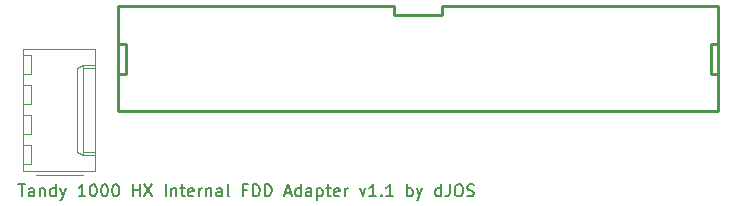
<source format=gbr>
G04 #@! TF.GenerationSoftware,KiCad,Pcbnew,(5.1.5-0-10_14)*
G04 #@! TF.CreationDate,2020-02-19T17:33:04+11:00*
G04 #@! TF.ProjectId,HX Internal FDD Adapter,48582049-6e74-4657-926e-616c20464444,rev?*
G04 #@! TF.SameCoordinates,Original*
G04 #@! TF.FileFunction,Legend,Top*
G04 #@! TF.FilePolarity,Positive*
%FSLAX46Y46*%
G04 Gerber Fmt 4.6, Leading zero omitted, Abs format (unit mm)*
G04 Created by KiCad (PCBNEW (5.1.5-0-10_14)) date 2020-02-19 17:33:04*
%MOMM*%
%LPD*%
G04 APERTURE LIST*
%ADD10C,0.150000*%
%ADD11C,0.250000*%
%ADD12C,0.120000*%
G04 APERTURE END LIST*
D10*
X38705666Y-47966380D02*
X39277095Y-47966380D01*
X38991380Y-48966380D02*
X38991380Y-47966380D01*
X40039000Y-48966380D02*
X40039000Y-48442571D01*
X39991380Y-48347333D01*
X39896142Y-48299714D01*
X39705666Y-48299714D01*
X39610428Y-48347333D01*
X40039000Y-48918761D02*
X39943761Y-48966380D01*
X39705666Y-48966380D01*
X39610428Y-48918761D01*
X39562809Y-48823523D01*
X39562809Y-48728285D01*
X39610428Y-48633047D01*
X39705666Y-48585428D01*
X39943761Y-48585428D01*
X40039000Y-48537809D01*
X40515190Y-48299714D02*
X40515190Y-48966380D01*
X40515190Y-48394952D02*
X40562809Y-48347333D01*
X40658047Y-48299714D01*
X40800904Y-48299714D01*
X40896142Y-48347333D01*
X40943761Y-48442571D01*
X40943761Y-48966380D01*
X41848523Y-48966380D02*
X41848523Y-47966380D01*
X41848523Y-48918761D02*
X41753285Y-48966380D01*
X41562809Y-48966380D01*
X41467571Y-48918761D01*
X41419952Y-48871142D01*
X41372333Y-48775904D01*
X41372333Y-48490190D01*
X41419952Y-48394952D01*
X41467571Y-48347333D01*
X41562809Y-48299714D01*
X41753285Y-48299714D01*
X41848523Y-48347333D01*
X42229476Y-48299714D02*
X42467571Y-48966380D01*
X42705666Y-48299714D02*
X42467571Y-48966380D01*
X42372333Y-49204476D01*
X42324714Y-49252095D01*
X42229476Y-49299714D01*
X44372333Y-48966380D02*
X43800904Y-48966380D01*
X44086619Y-48966380D02*
X44086619Y-47966380D01*
X43991380Y-48109238D01*
X43896142Y-48204476D01*
X43800904Y-48252095D01*
X44991380Y-47966380D02*
X45086619Y-47966380D01*
X45181857Y-48014000D01*
X45229476Y-48061619D01*
X45277095Y-48156857D01*
X45324714Y-48347333D01*
X45324714Y-48585428D01*
X45277095Y-48775904D01*
X45229476Y-48871142D01*
X45181857Y-48918761D01*
X45086619Y-48966380D01*
X44991380Y-48966380D01*
X44896142Y-48918761D01*
X44848523Y-48871142D01*
X44800904Y-48775904D01*
X44753285Y-48585428D01*
X44753285Y-48347333D01*
X44800904Y-48156857D01*
X44848523Y-48061619D01*
X44896142Y-48014000D01*
X44991380Y-47966380D01*
X45943761Y-47966380D02*
X46039000Y-47966380D01*
X46134238Y-48014000D01*
X46181857Y-48061619D01*
X46229476Y-48156857D01*
X46277095Y-48347333D01*
X46277095Y-48585428D01*
X46229476Y-48775904D01*
X46181857Y-48871142D01*
X46134238Y-48918761D01*
X46039000Y-48966380D01*
X45943761Y-48966380D01*
X45848523Y-48918761D01*
X45800904Y-48871142D01*
X45753285Y-48775904D01*
X45705666Y-48585428D01*
X45705666Y-48347333D01*
X45753285Y-48156857D01*
X45800904Y-48061619D01*
X45848523Y-48014000D01*
X45943761Y-47966380D01*
X46896142Y-47966380D02*
X46991380Y-47966380D01*
X47086619Y-48014000D01*
X47134238Y-48061619D01*
X47181857Y-48156857D01*
X47229476Y-48347333D01*
X47229476Y-48585428D01*
X47181857Y-48775904D01*
X47134238Y-48871142D01*
X47086619Y-48918761D01*
X46991380Y-48966380D01*
X46896142Y-48966380D01*
X46800904Y-48918761D01*
X46753285Y-48871142D01*
X46705666Y-48775904D01*
X46658047Y-48585428D01*
X46658047Y-48347333D01*
X46705666Y-48156857D01*
X46753285Y-48061619D01*
X46800904Y-48014000D01*
X46896142Y-47966380D01*
X48419952Y-48966380D02*
X48419952Y-47966380D01*
X48419952Y-48442571D02*
X48991380Y-48442571D01*
X48991380Y-48966380D02*
X48991380Y-47966380D01*
X49372333Y-47966380D02*
X50039000Y-48966380D01*
X50039000Y-47966380D02*
X49372333Y-48966380D01*
X51181857Y-48966380D02*
X51181857Y-47966380D01*
X51658047Y-48299714D02*
X51658047Y-48966380D01*
X51658047Y-48394952D02*
X51705666Y-48347333D01*
X51800904Y-48299714D01*
X51943761Y-48299714D01*
X52039000Y-48347333D01*
X52086619Y-48442571D01*
X52086619Y-48966380D01*
X52419952Y-48299714D02*
X52800904Y-48299714D01*
X52562809Y-47966380D02*
X52562809Y-48823523D01*
X52610428Y-48918761D01*
X52705666Y-48966380D01*
X52800904Y-48966380D01*
X53515190Y-48918761D02*
X53419952Y-48966380D01*
X53229476Y-48966380D01*
X53134238Y-48918761D01*
X53086619Y-48823523D01*
X53086619Y-48442571D01*
X53134238Y-48347333D01*
X53229476Y-48299714D01*
X53419952Y-48299714D01*
X53515190Y-48347333D01*
X53562809Y-48442571D01*
X53562809Y-48537809D01*
X53086619Y-48633047D01*
X53991380Y-48966380D02*
X53991380Y-48299714D01*
X53991380Y-48490190D02*
X54039000Y-48394952D01*
X54086619Y-48347333D01*
X54181857Y-48299714D01*
X54277095Y-48299714D01*
X54610428Y-48299714D02*
X54610428Y-48966380D01*
X54610428Y-48394952D02*
X54658047Y-48347333D01*
X54753285Y-48299714D01*
X54896142Y-48299714D01*
X54991380Y-48347333D01*
X55039000Y-48442571D01*
X55039000Y-48966380D01*
X55943761Y-48966380D02*
X55943761Y-48442571D01*
X55896142Y-48347333D01*
X55800904Y-48299714D01*
X55610428Y-48299714D01*
X55515190Y-48347333D01*
X55943761Y-48918761D02*
X55848523Y-48966380D01*
X55610428Y-48966380D01*
X55515190Y-48918761D01*
X55467571Y-48823523D01*
X55467571Y-48728285D01*
X55515190Y-48633047D01*
X55610428Y-48585428D01*
X55848523Y-48585428D01*
X55943761Y-48537809D01*
X56562809Y-48966380D02*
X56467571Y-48918761D01*
X56419952Y-48823523D01*
X56419952Y-47966380D01*
X58039000Y-48442571D02*
X57705666Y-48442571D01*
X57705666Y-48966380D02*
X57705666Y-47966380D01*
X58181857Y-47966380D01*
X58562809Y-48966380D02*
X58562809Y-47966380D01*
X58800904Y-47966380D01*
X58943761Y-48014000D01*
X59039000Y-48109238D01*
X59086619Y-48204476D01*
X59134238Y-48394952D01*
X59134238Y-48537809D01*
X59086619Y-48728285D01*
X59039000Y-48823523D01*
X58943761Y-48918761D01*
X58800904Y-48966380D01*
X58562809Y-48966380D01*
X59562809Y-48966380D02*
X59562809Y-47966380D01*
X59800904Y-47966380D01*
X59943761Y-48014000D01*
X60039000Y-48109238D01*
X60086619Y-48204476D01*
X60134238Y-48394952D01*
X60134238Y-48537809D01*
X60086619Y-48728285D01*
X60039000Y-48823523D01*
X59943761Y-48918761D01*
X59800904Y-48966380D01*
X59562809Y-48966380D01*
X61277095Y-48680666D02*
X61753285Y-48680666D01*
X61181857Y-48966380D02*
X61515190Y-47966380D01*
X61848523Y-48966380D01*
X62610428Y-48966380D02*
X62610428Y-47966380D01*
X62610428Y-48918761D02*
X62515190Y-48966380D01*
X62324714Y-48966380D01*
X62229476Y-48918761D01*
X62181857Y-48871142D01*
X62134238Y-48775904D01*
X62134238Y-48490190D01*
X62181857Y-48394952D01*
X62229476Y-48347333D01*
X62324714Y-48299714D01*
X62515190Y-48299714D01*
X62610428Y-48347333D01*
X63515190Y-48966380D02*
X63515190Y-48442571D01*
X63467571Y-48347333D01*
X63372333Y-48299714D01*
X63181857Y-48299714D01*
X63086619Y-48347333D01*
X63515190Y-48918761D02*
X63419952Y-48966380D01*
X63181857Y-48966380D01*
X63086619Y-48918761D01*
X63039000Y-48823523D01*
X63039000Y-48728285D01*
X63086619Y-48633047D01*
X63181857Y-48585428D01*
X63419952Y-48585428D01*
X63515190Y-48537809D01*
X63991380Y-48299714D02*
X63991380Y-49299714D01*
X63991380Y-48347333D02*
X64086619Y-48299714D01*
X64277095Y-48299714D01*
X64372333Y-48347333D01*
X64419952Y-48394952D01*
X64467571Y-48490190D01*
X64467571Y-48775904D01*
X64419952Y-48871142D01*
X64372333Y-48918761D01*
X64277095Y-48966380D01*
X64086619Y-48966380D01*
X63991380Y-48918761D01*
X64753285Y-48299714D02*
X65134238Y-48299714D01*
X64896142Y-47966380D02*
X64896142Y-48823523D01*
X64943761Y-48918761D01*
X65039000Y-48966380D01*
X65134238Y-48966380D01*
X65848523Y-48918761D02*
X65753285Y-48966380D01*
X65562809Y-48966380D01*
X65467571Y-48918761D01*
X65419952Y-48823523D01*
X65419952Y-48442571D01*
X65467571Y-48347333D01*
X65562809Y-48299714D01*
X65753285Y-48299714D01*
X65848523Y-48347333D01*
X65896142Y-48442571D01*
X65896142Y-48537809D01*
X65419952Y-48633047D01*
X66324714Y-48966380D02*
X66324714Y-48299714D01*
X66324714Y-48490190D02*
X66372333Y-48394952D01*
X66419952Y-48347333D01*
X66515190Y-48299714D01*
X66610428Y-48299714D01*
X67610428Y-48299714D02*
X67848523Y-48966380D01*
X68086619Y-48299714D01*
X68991380Y-48966380D02*
X68419952Y-48966380D01*
X68705666Y-48966380D02*
X68705666Y-47966380D01*
X68610428Y-48109238D01*
X68515190Y-48204476D01*
X68419952Y-48252095D01*
X69419952Y-48871142D02*
X69467571Y-48918761D01*
X69419952Y-48966380D01*
X69372333Y-48918761D01*
X69419952Y-48871142D01*
X69419952Y-48966380D01*
X70419952Y-48966380D02*
X69848523Y-48966380D01*
X70134238Y-48966380D02*
X70134238Y-47966380D01*
X70039000Y-48109238D01*
X69943761Y-48204476D01*
X69848523Y-48252095D01*
X71610428Y-48966380D02*
X71610428Y-47966380D01*
X71610428Y-48347333D02*
X71705666Y-48299714D01*
X71896142Y-48299714D01*
X71991380Y-48347333D01*
X72039000Y-48394952D01*
X72086619Y-48490190D01*
X72086619Y-48775904D01*
X72039000Y-48871142D01*
X71991380Y-48918761D01*
X71896142Y-48966380D01*
X71705666Y-48966380D01*
X71610428Y-48918761D01*
X72419952Y-48299714D02*
X72658047Y-48966380D01*
X72896142Y-48299714D02*
X72658047Y-48966380D01*
X72562809Y-49204476D01*
X72515190Y-49252095D01*
X72419952Y-49299714D01*
X74467571Y-48966380D02*
X74467571Y-47966380D01*
X74467571Y-48918761D02*
X74372333Y-48966380D01*
X74181857Y-48966380D01*
X74086619Y-48918761D01*
X74039000Y-48871142D01*
X73991380Y-48775904D01*
X73991380Y-48490190D01*
X74039000Y-48394952D01*
X74086619Y-48347333D01*
X74181857Y-48299714D01*
X74372333Y-48299714D01*
X74467571Y-48347333D01*
X75229476Y-47966380D02*
X75229476Y-48680666D01*
X75181857Y-48823523D01*
X75086619Y-48918761D01*
X74943761Y-48966380D01*
X74848523Y-48966380D01*
X75896142Y-47966380D02*
X76086619Y-47966380D01*
X76181857Y-48014000D01*
X76277095Y-48109238D01*
X76324714Y-48299714D01*
X76324714Y-48633047D01*
X76277095Y-48823523D01*
X76181857Y-48918761D01*
X76086619Y-48966380D01*
X75896142Y-48966380D01*
X75800904Y-48918761D01*
X75705666Y-48823523D01*
X75658047Y-48633047D01*
X75658047Y-48299714D01*
X75705666Y-48109238D01*
X75800904Y-48014000D01*
X75896142Y-47966380D01*
X76705666Y-48918761D02*
X76848523Y-48966380D01*
X77086619Y-48966380D01*
X77181857Y-48918761D01*
X77229476Y-48871142D01*
X77277095Y-48775904D01*
X77277095Y-48680666D01*
X77229476Y-48585428D01*
X77181857Y-48537809D01*
X77086619Y-48490190D01*
X76896142Y-48442571D01*
X76800904Y-48394952D01*
X76753285Y-48347333D01*
X76705666Y-48252095D01*
X76705666Y-48156857D01*
X76753285Y-48061619D01*
X76800904Y-48014000D01*
X76896142Y-47966380D01*
X77134238Y-47966380D01*
X77277095Y-48014000D01*
D11*
X97307000Y-36067000D02*
X97917000Y-36067000D01*
X97307000Y-38609000D02*
X97307000Y-36067000D01*
X97307000Y-38609000D02*
X97917000Y-38609000D01*
X47117000Y-36067000D02*
X47777000Y-36067000D01*
X47777000Y-38609000D02*
X47777000Y-36067000D01*
X47117000Y-38609000D02*
X47777000Y-38609000D01*
X74549000Y-32893000D02*
X97917000Y-32893000D01*
X47117000Y-32893000D02*
X70485000Y-32893000D01*
X47117000Y-41783000D02*
X47117000Y-32893000D01*
X47117000Y-41783000D02*
X97917000Y-41783000D01*
X97917000Y-41783000D02*
X97917000Y-32893000D01*
X74549000Y-33658000D02*
X74549000Y-32893000D01*
X70485000Y-33658000D02*
X74549000Y-33658000D01*
X70485000Y-33658000D02*
X70485000Y-32893000D01*
D12*
X39734000Y-37046000D02*
X39134000Y-37046000D01*
X39734000Y-38646000D02*
X39734000Y-37046000D01*
X39134000Y-38646000D02*
X39734000Y-38646000D01*
X39734000Y-39586000D02*
X39134000Y-39586000D01*
X39734000Y-41186000D02*
X39734000Y-39586000D01*
X39134000Y-41186000D02*
X39734000Y-41186000D01*
X39734000Y-42126000D02*
X39134000Y-42126000D01*
X39734000Y-43726000D02*
X39734000Y-42126000D01*
X39134000Y-43726000D02*
X39734000Y-43726000D01*
X39734000Y-44666000D02*
X39134000Y-44666000D01*
X39734000Y-46266000D02*
X39734000Y-44666000D01*
X39134000Y-46266000D02*
X39734000Y-46266000D01*
X45154000Y-38096000D02*
X44154000Y-38096000D01*
X45154000Y-45216000D02*
X44154000Y-45216000D01*
X43624000Y-38096000D02*
X44154000Y-37846000D01*
X43624000Y-45216000D02*
X43624000Y-38096000D01*
X44154000Y-45466000D02*
X43624000Y-45216000D01*
X44154000Y-37846000D02*
X45154000Y-37846000D01*
X44154000Y-45466000D02*
X44154000Y-37846000D01*
X45154000Y-45466000D02*
X44154000Y-45466000D01*
X40164000Y-47136000D02*
X44164000Y-47136000D01*
X39134000Y-36466000D02*
X39134000Y-46846000D01*
X45154000Y-36466000D02*
X39134000Y-36466000D01*
X45154000Y-46846000D02*
X45154000Y-36466000D01*
X39134000Y-46846000D02*
X45154000Y-46846000D01*
M02*

</source>
